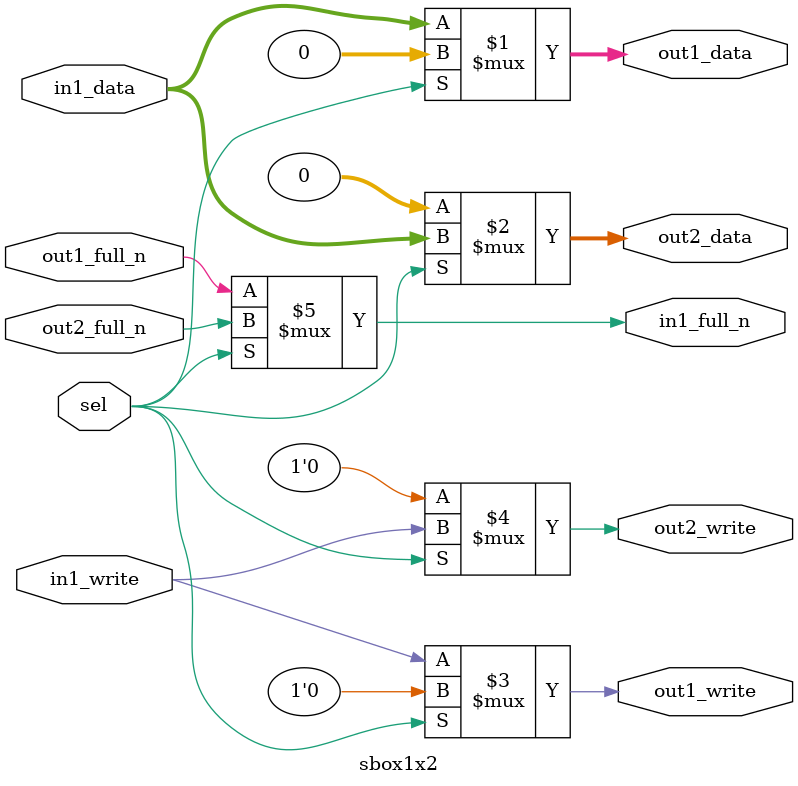
<source format=v>

module sbox1x2 #(
	parameter SIZE = 32
)(
	output [SIZE-1 : 0] out1_data,
	output [SIZE-1 : 0] out2_data,
	input out1_full_n,
	input out2_full_n,
	output out1_write,
	output out2_write,
	input [SIZE-1 : 0] in1_data,
	output in1_full_n,
	input in1_write,
	input sel
);


assign out1_data = sel ? {SIZE{1'b0}} : in1_data;
assign out2_data = sel ? in1_data : {SIZE{1'b0}};
assign out1_write = sel ? {1{1'b0}} : in1_write;
assign out2_write = sel ? in1_write : {1{1'b0}};
assign in1_full_n = sel ? out2_full_n : out1_full_n;

endmodule

</source>
